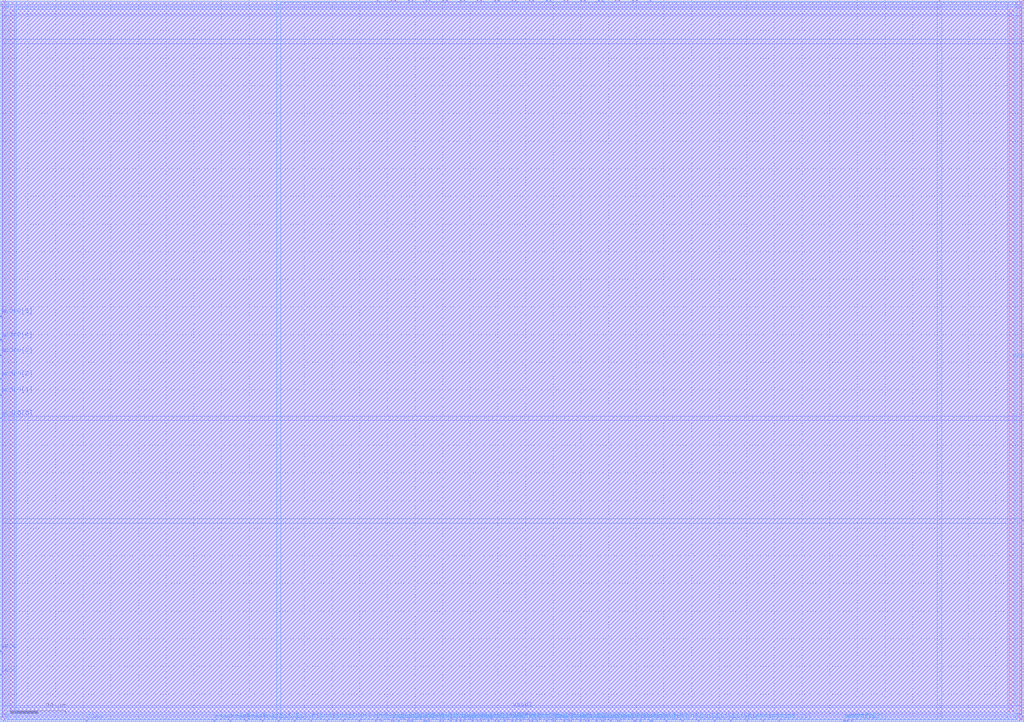
<source format=lef>
VERSION 5.4 ;
NAMESCASESENSITIVE ON ;
BUSBITCHARS "[]" ;
DIVIDERCHAR "/" ;
UNITS
  DATABASE MICRONS 1000 ;
END UNITS
MACRO sky130_sram_256byte_1rw1r_32x64_8
   CLASS BLOCK ;
   SIZE 370.18 BY 261.11 ;
   SYMMETRY X Y R90 ;
   PIN din0[0]
      DIRECTION INPUT ;
      PORT
         LAYER met4 ;
         RECT  100.54 0.0 100.92 0.38 ;
      END
   END din0[0]
   PIN din0[1]
      DIRECTION INPUT ;
      PORT
         LAYER met4 ;
         RECT  106.38 0.0 106.76 0.38 ;
      END
   END din0[1]
   PIN din0[2]
      DIRECTION INPUT ;
      PORT
         LAYER met4 ;
         RECT  112.22 0.0 112.6 0.38 ;
      END
   END din0[2]
   PIN din0[3]
      DIRECTION INPUT ;
      PORT
         LAYER met4 ;
         RECT  118.06 0.0 118.44 0.38 ;
      END
   END din0[3]
   PIN din0[4]
      DIRECTION INPUT ;
      PORT
         LAYER met4 ;
         RECT  123.9 0.0 124.28 0.38 ;
      END
   END din0[4]
   PIN din0[5]
      DIRECTION INPUT ;
      PORT
         LAYER met4 ;
         RECT  129.74 0.0 130.12 0.38 ;
      END
   END din0[5]
   PIN din0[6]
      DIRECTION INPUT ;
      PORT
         LAYER met4 ;
         RECT  135.58 0.0 135.96 0.38 ;
      END
   END din0[6]
   PIN din0[7]
      DIRECTION INPUT ;
      PORT
         LAYER met4 ;
         RECT  141.42 0.0 141.8 0.38 ;
      END
   END din0[7]
   PIN din0[8]
      DIRECTION INPUT ;
      PORT
         LAYER met4 ;
         RECT  147.26 0.0 147.64 0.38 ;
      END
   END din0[8]
   PIN din0[9]
      DIRECTION INPUT ;
      PORT
         LAYER met4 ;
         RECT  153.1 0.0 153.48 0.38 ;
      END
   END din0[9]
   PIN din0[10]
      DIRECTION INPUT ;
      PORT
         LAYER met4 ;
         RECT  158.94 0.0 159.32 0.38 ;
      END
   END din0[10]
   PIN din0[11]
      DIRECTION INPUT ;
      PORT
         LAYER met4 ;
         RECT  164.78 0.0 165.16 0.38 ;
      END
   END din0[11]
   PIN din0[12]
      DIRECTION INPUT ;
      PORT
         LAYER met4 ;
         RECT  170.62 0.0 171.0 0.38 ;
      END
   END din0[12]
   PIN din0[13]
      DIRECTION INPUT ;
      PORT
         LAYER met4 ;
         RECT  176.46 0.0 176.84 0.38 ;
      END
   END din0[13]
   PIN din0[14]
      DIRECTION INPUT ;
      PORT
         LAYER met4 ;
         RECT  182.3 0.0 182.68 0.38 ;
      END
   END din0[14]
   PIN din0[15]
      DIRECTION INPUT ;
      PORT
         LAYER met4 ;
         RECT  188.14 0.0 188.52 0.38 ;
      END
   END din0[15]
   PIN din0[16]
      DIRECTION INPUT ;
      PORT
         LAYER met4 ;
         RECT  193.98 0.0 194.36 0.38 ;
      END
   END din0[16]
   PIN din0[17]
      DIRECTION INPUT ;
      PORT
         LAYER met4 ;
         RECT  199.82 0.0 200.2 0.38 ;
      END
   END din0[17]
   PIN din0[18]
      DIRECTION INPUT ;
      PORT
         LAYER met4 ;
         RECT  205.66 0.0 206.04 0.38 ;
      END
   END din0[18]
   PIN din0[19]
      DIRECTION INPUT ;
      PORT
         LAYER met4 ;
         RECT  211.5 0.0 211.88 0.38 ;
      END
   END din0[19]
   PIN din0[20]
      DIRECTION INPUT ;
      PORT
         LAYER met4 ;
         RECT  217.34 0.0 217.72 0.38 ;
      END
   END din0[20]
   PIN din0[21]
      DIRECTION INPUT ;
      PORT
         LAYER met4 ;
         RECT  223.18 0.0 223.56 0.38 ;
      END
   END din0[21]
   PIN din0[22]
      DIRECTION INPUT ;
      PORT
         LAYER met4 ;
         RECT  229.02 0.0 229.4 0.38 ;
      END
   END din0[22]
   PIN din0[23]
      DIRECTION INPUT ;
      PORT
         LAYER met4 ;
         RECT  234.86 0.0 235.24 0.38 ;
      END
   END din0[23]
   PIN din0[24]
      DIRECTION INPUT ;
      PORT
         LAYER met4 ;
         RECT  240.7 0.0 241.08 0.38 ;
      END
   END din0[24]
   PIN din0[25]
      DIRECTION INPUT ;
      PORT
         LAYER met4 ;
         RECT  246.54 0.0 246.92 0.38 ;
      END
   END din0[25]
   PIN din0[26]
      DIRECTION INPUT ;
      PORT
         LAYER met4 ;
         RECT  252.38 0.0 252.76 0.38 ;
      END
   END din0[26]
   PIN din0[27]
      DIRECTION INPUT ;
      PORT
         LAYER met4 ;
         RECT  258.22 0.0 258.6 0.38 ;
      END
   END din0[27]
   PIN din0[28]
      DIRECTION INPUT ;
      PORT
         LAYER met4 ;
         RECT  264.06 0.0 264.44 0.38 ;
      END
   END din0[28]
   PIN din0[29]
      DIRECTION INPUT ;
      PORT
         LAYER met4 ;
         RECT  269.9 0.0 270.28 0.38 ;
      END
   END din0[29]
   PIN din0[30]
      DIRECTION INPUT ;
      PORT
         LAYER met4 ;
         RECT  275.74 0.0 276.12 0.38 ;
      END
   END din0[30]
   PIN din0[31]
      DIRECTION INPUT ;
      PORT
         LAYER met4 ;
         RECT  281.58 0.0 281.96 0.38 ;
      END
   END din0[31]
   PIN addr0[0]
      DIRECTION INPUT ;
      PORT
         LAYER met3 ;
         RECT  0.0 109.585 0.38 109.965 ;
      END
   END addr0[0]
   PIN addr0[1]
      DIRECTION INPUT ;
      PORT
         LAYER met3 ;
         RECT  0.0 117.985 0.38 118.365 ;
      END
   END addr0[1]
   PIN addr0[2]
      DIRECTION INPUT ;
      PORT
         LAYER met3 ;
         RECT  0.0 123.85 0.38 124.23 ;
      END
   END addr0[2]
   PIN addr0[3]
      DIRECTION INPUT ;
      PORT
         LAYER met3 ;
         RECT  0.0 132.35 0.38 132.73 ;
      END
   END addr0[3]
   PIN addr0[4]
      DIRECTION INPUT ;
      PORT
         LAYER met3 ;
         RECT  0.0 137.99 0.38 138.37 ;
      END
   END addr0[4]
   PIN addr0[5]
      DIRECTION INPUT ;
      PORT
         LAYER met3 ;
         RECT  0.0 146.49 0.38 146.87 ;
      END
   END addr0[5]
   PIN addr1[0]
      DIRECTION INPUT ;
      PORT
         LAYER met3 ;
         RECT  369.8 72.47 370.18 72.85 ;
      END
   END addr1[0]
   PIN addr1[1]
      DIRECTION INPUT ;
      PORT
         LAYER met3 ;
         RECT  369.8 63.97 370.18 64.35 ;
      END
   END addr1[1]
   PIN addr1[2]
      DIRECTION INPUT ;
      PORT
         LAYER met4 ;
         RECT  307.76 0.0 308.14 0.38 ;
      END
   END addr1[2]
   PIN addr1[3]
      DIRECTION INPUT ;
      PORT
         LAYER met4 ;
         RECT  304.785 0.0 305.165 0.38 ;
      END
   END addr1[3]
   PIN addr1[4]
      DIRECTION INPUT ;
      PORT
         LAYER met4 ;
         RECT  305.475 0.0 305.855 0.38 ;
      END
   END addr1[4]
   PIN addr1[5]
      DIRECTION INPUT ;
      PORT
         LAYER met4 ;
         RECT  306.22 0.0 306.6 0.38 ;
      END
   END addr1[5]
   PIN csb0
      DIRECTION INPUT ;
      PORT
         LAYER met3 ;
         RECT  0.0 16.73 0.38 17.11 ;
      END
   END csb0
   PIN csb1
      DIRECTION INPUT ;
      PORT
         LAYER met3 ;
         RECT  369.8 245.86 370.18 246.24 ;
      END
   END csb1
   PIN web0
      DIRECTION INPUT ;
      PORT
         LAYER met3 ;
         RECT  0.0 25.23 0.38 25.61 ;
      END
   END web0
   PIN clk0
      DIRECTION INPUT ;
      PORT
         LAYER met4 ;
         RECT  31.1 0.0 31.48 0.38 ;
      END
   END clk0
   PIN clk1
      DIRECTION INPUT ;
      PORT
         LAYER met4 ;
         RECT  339.54 260.73 339.92 261.11 ;
      END
   END clk1
   PIN wmask0[0]
      DIRECTION INPUT ;
      PORT
         LAYER met4 ;
         RECT  77.18 0.0 77.56 0.38 ;
      END
   END wmask0[0]
   PIN wmask0[1]
      DIRECTION INPUT ;
      PORT
         LAYER met4 ;
         RECT  83.02 0.0 83.4 0.38 ;
      END
   END wmask0[1]
   PIN wmask0[2]
      DIRECTION INPUT ;
      PORT
         LAYER met4 ;
         RECT  88.86 0.0 89.24 0.38 ;
      END
   END wmask0[2]
   PIN wmask0[3]
      DIRECTION INPUT ;
      PORT
         LAYER met4 ;
         RECT  94.7 0.0 95.08 0.38 ;
      END
   END wmask0[3]
   PIN dout0[0]
      DIRECTION OUTPUT ;
      PORT
         LAYER met4 ;
         RECT  137.685 0.0 138.065 0.38 ;
      END
   END dout0[0]
   PIN dout0[1]
      DIRECTION OUTPUT ;
      PORT
         LAYER met4 ;
         RECT  142.11 0.0 142.49 0.38 ;
      END
   END dout0[1]
   PIN dout0[2]
      DIRECTION OUTPUT ;
      PORT
         LAYER met4 ;
         RECT  143.925 0.0 144.305 0.38 ;
      END
   END dout0[2]
   PIN dout0[3]
      DIRECTION OUTPUT ;
      PORT
         LAYER met4 ;
         RECT  147.95 0.0 148.33 0.38 ;
      END
   END dout0[3]
   PIN dout0[4]
      DIRECTION OUTPUT ;
      PORT
         LAYER met4 ;
         RECT  148.785 0.0 149.165 0.38 ;
      END
   END dout0[4]
   PIN dout0[5]
      DIRECTION OUTPUT ;
      PORT
         LAYER met4 ;
         RECT  153.815 0.0 154.195 0.38 ;
      END
   END dout0[5]
   PIN dout0[6]
      DIRECTION OUTPUT ;
      PORT
         LAYER met4 ;
         RECT  155.025 0.0 155.405 0.38 ;
      END
   END dout0[6]
   PIN dout0[7]
      DIRECTION OUTPUT ;
      PORT
         LAYER met4 ;
         RECT  160.0 0.0 160.38 0.38 ;
      END
   END dout0[7]
   PIN dout0[8]
      DIRECTION OUTPUT ;
      PORT
         LAYER met4 ;
         RECT  162.645 0.0 163.025 0.38 ;
      END
   END dout0[8]
   PIN dout0[9]
      DIRECTION OUTPUT ;
      PORT
         LAYER met4 ;
         RECT  166.295 0.0 166.675 0.38 ;
      END
   END dout0[9]
   PIN dout0[10]
      DIRECTION OUTPUT ;
      PORT
         LAYER met4 ;
         RECT  167.505 0.0 167.885 0.38 ;
      END
   END dout0[10]
   PIN dout0[11]
      DIRECTION OUTPUT ;
      PORT
         LAYER met4 ;
         RECT  172.535 0.0 172.915 0.38 ;
      END
   END dout0[11]
   PIN dout0[12]
      DIRECTION OUTPUT ;
      PORT
         LAYER met4 ;
         RECT  173.745 0.0 174.125 0.38 ;
      END
   END dout0[12]
   PIN dout0[13]
      DIRECTION OUTPUT ;
      PORT
         LAYER met4 ;
         RECT  178.775 0.0 179.155 0.38 ;
      END
   END dout0[13]
   PIN dout0[14]
      DIRECTION OUTPUT ;
      PORT
         LAYER met4 ;
         RECT  179.985 0.0 180.365 0.38 ;
      END
   END dout0[14]
   PIN dout0[15]
      DIRECTION OUTPUT ;
      PORT
         LAYER met4 ;
         RECT  184.96 0.0 185.34 0.38 ;
      END
   END dout0[15]
   PIN dout0[16]
      DIRECTION OUTPUT ;
      PORT
         LAYER met4 ;
         RECT  186.285 0.0 186.665 0.38 ;
      END
   END dout0[16]
   PIN dout0[17]
      DIRECTION OUTPUT ;
      PORT
         LAYER met4 ;
         RECT  191.255 0.0 191.635 0.38 ;
      END
   END dout0[17]
   PIN dout0[18]
      DIRECTION OUTPUT ;
      PORT
         LAYER met4 ;
         RECT  192.175 0.0 192.555 0.38 ;
      END
   END dout0[18]
   PIN dout0[19]
      DIRECTION OUTPUT ;
      PORT
         LAYER met4 ;
         RECT  197.495 0.0 197.875 0.38 ;
      END
   END dout0[19]
   PIN dout0[20]
      DIRECTION OUTPUT ;
      PORT
         LAYER met4 ;
         RECT  200.51 0.0 200.89 0.38 ;
      END
   END dout0[20]
   PIN dout0[21]
      DIRECTION OUTPUT ;
      PORT
         LAYER met4 ;
         RECT  203.735 0.0 204.115 0.38 ;
      END
   END dout0[21]
   PIN dout0[22]
      DIRECTION OUTPUT ;
      PORT
         LAYER met4 ;
         RECT  206.35 0.0 206.73 0.38 ;
      END
   END dout0[22]
   PIN dout0[23]
      DIRECTION OUTPUT ;
      PORT
         LAYER met4 ;
         RECT  209.695 0.0 210.075 0.38 ;
      END
   END dout0[23]
   PIN dout0[24]
      DIRECTION OUTPUT ;
      PORT
         LAYER met4 ;
         RECT  212.565 0.0 212.945 0.38 ;
      END
   END dout0[24]
   PIN dout0[25]
      DIRECTION OUTPUT ;
      PORT
         LAYER met4 ;
         RECT  215.535 0.0 215.915 0.38 ;
      END
   END dout0[25]
   PIN dout0[26]
      DIRECTION OUTPUT ;
      PORT
         LAYER met4 ;
         RECT  218.03 0.0 218.41 0.38 ;
      END
   END dout0[26]
   PIN dout0[27]
      DIRECTION OUTPUT ;
      PORT
         LAYER met4 ;
         RECT  220.515 0.0 220.895 0.38 ;
      END
   END dout0[27]
   PIN dout0[28]
      DIRECTION OUTPUT ;
      PORT
         LAYER met4 ;
         RECT  223.87 0.0 224.25 0.38 ;
      END
   END dout0[28]
   PIN dout0[29]
      DIRECTION OUTPUT ;
      PORT
         LAYER met4 ;
         RECT  229.71 0.0 230.09 0.38 ;
      END
   END dout0[29]
   PIN dout0[30]
      DIRECTION OUTPUT ;
      PORT
         LAYER met4 ;
         RECT  231.285 0.0 231.665 0.38 ;
      END
   END dout0[30]
   PIN dout0[31]
      DIRECTION OUTPUT ;
      PORT
         LAYER met4 ;
         RECT  235.68 0.0 236.06 0.38 ;
      END
   END dout0[31]
   PIN dout1[0]
      DIRECTION OUTPUT ;
      PORT
         LAYER met4 ;
         RECT  136.365 260.73 136.745 261.11 ;
      END
   END dout1[0]
   PIN dout1[1]
      DIRECTION OUTPUT ;
      PORT
         LAYER met4 ;
         RECT  141.335 260.73 141.715 261.11 ;
      END
   END dout1[1]
   PIN dout1[2]
      DIRECTION OUTPUT ;
      PORT
         LAYER met4 ;
         RECT  142.605 260.73 142.985 261.11 ;
      END
   END dout1[2]
   PIN dout1[3]
      DIRECTION OUTPUT ;
      PORT
         LAYER met4 ;
         RECT  147.575 260.73 147.955 261.11 ;
      END
   END dout1[3]
   PIN dout1[4]
      DIRECTION OUTPUT ;
      PORT
         LAYER met4 ;
         RECT  148.845 260.73 149.225 261.11 ;
      END
   END dout1[4]
   PIN dout1[5]
      DIRECTION OUTPUT ;
      PORT
         LAYER met4 ;
         RECT  153.815 260.73 154.195 261.11 ;
      END
   END dout1[5]
   PIN dout1[6]
      DIRECTION OUTPUT ;
      PORT
         LAYER met4 ;
         RECT  155.085 260.73 155.465 261.11 ;
      END
   END dout1[6]
   PIN dout1[7]
      DIRECTION OUTPUT ;
      PORT
         LAYER met4 ;
         RECT  160.055 260.73 160.435 261.11 ;
      END
   END dout1[7]
   PIN dout1[8]
      DIRECTION OUTPUT ;
      PORT
         LAYER met4 ;
         RECT  161.325 260.73 161.705 261.11 ;
      END
   END dout1[8]
   PIN dout1[9]
      DIRECTION OUTPUT ;
      PORT
         LAYER met4 ;
         RECT  166.295 260.73 166.675 261.11 ;
      END
   END dout1[9]
   PIN dout1[10]
      DIRECTION OUTPUT ;
      PORT
         LAYER met4 ;
         RECT  167.565 260.73 167.945 261.11 ;
      END
   END dout1[10]
   PIN dout1[11]
      DIRECTION OUTPUT ;
      PORT
         LAYER met4 ;
         RECT  172.535 260.73 172.915 261.11 ;
      END
   END dout1[11]
   PIN dout1[12]
      DIRECTION OUTPUT ;
      PORT
         LAYER met4 ;
         RECT  173.805 260.73 174.185 261.11 ;
      END
   END dout1[12]
   PIN dout1[13]
      DIRECTION OUTPUT ;
      PORT
         LAYER met4 ;
         RECT  178.775 260.73 179.155 261.11 ;
      END
   END dout1[13]
   PIN dout1[14]
      DIRECTION OUTPUT ;
      PORT
         LAYER met4 ;
         RECT  180.045 260.73 180.425 261.11 ;
      END
   END dout1[14]
   PIN dout1[15]
      DIRECTION OUTPUT ;
      PORT
         LAYER met4 ;
         RECT  185.015 260.73 185.395 261.11 ;
      END
   END dout1[15]
   PIN dout1[16]
      DIRECTION OUTPUT ;
      PORT
         LAYER met4 ;
         RECT  186.285 260.73 186.665 261.11 ;
      END
   END dout1[16]
   PIN dout1[17]
      DIRECTION OUTPUT ;
      PORT
         LAYER met4 ;
         RECT  191.255 260.73 191.635 261.11 ;
      END
   END dout1[17]
   PIN dout1[18]
      DIRECTION OUTPUT ;
      PORT
         LAYER met4 ;
         RECT  192.525 260.73 192.905 261.11 ;
      END
   END dout1[18]
   PIN dout1[19]
      DIRECTION OUTPUT ;
      PORT
         LAYER met4 ;
         RECT  197.495 260.73 197.875 261.11 ;
      END
   END dout1[19]
   PIN dout1[20]
      DIRECTION OUTPUT ;
      PORT
         LAYER met4 ;
         RECT  198.765 260.73 199.145 261.11 ;
      END
   END dout1[20]
   PIN dout1[21]
      DIRECTION OUTPUT ;
      PORT
         LAYER met4 ;
         RECT  203.735 260.73 204.115 261.11 ;
      END
   END dout1[21]
   PIN dout1[22]
      DIRECTION OUTPUT ;
      PORT
         LAYER met4 ;
         RECT  205.005 260.73 205.385 261.11 ;
      END
   END dout1[22]
   PIN dout1[23]
      DIRECTION OUTPUT ;
      PORT
         LAYER met4 ;
         RECT  209.975 260.73 210.355 261.11 ;
      END
   END dout1[23]
   PIN dout1[24]
      DIRECTION OUTPUT ;
      PORT
         LAYER met4 ;
         RECT  211.245 260.73 211.625 261.11 ;
      END
   END dout1[24]
   PIN dout1[25]
      DIRECTION OUTPUT ;
      PORT
         LAYER met4 ;
         RECT  216.215 260.73 216.595 261.11 ;
      END
   END dout1[25]
   PIN dout1[26]
      DIRECTION OUTPUT ;
      PORT
         LAYER met4 ;
         RECT  217.485 260.73 217.865 261.11 ;
      END
   END dout1[26]
   PIN dout1[27]
      DIRECTION OUTPUT ;
      PORT
         LAYER met4 ;
         RECT  222.455 260.73 222.835 261.11 ;
      END
   END dout1[27]
   PIN dout1[28]
      DIRECTION OUTPUT ;
      PORT
         LAYER met4 ;
         RECT  223.725 260.73 224.105 261.11 ;
      END
   END dout1[28]
   PIN dout1[29]
      DIRECTION OUTPUT ;
      PORT
         LAYER met4 ;
         RECT  228.695 260.73 229.075 261.11 ;
      END
   END dout1[29]
   PIN dout1[30]
      DIRECTION OUTPUT ;
      PORT
         LAYER met4 ;
         RECT  229.965 260.73 230.345 261.11 ;
      END
   END dout1[30]
   PIN dout1[31]
      DIRECTION OUTPUT ;
      PORT
         LAYER met4 ;
         RECT  234.935 260.73 235.315 261.11 ;
      END
   END dout1[31]
   PIN vccd1
      DIRECTION INOUT ;
      USE POWER ; 
      SHAPE ABUTMENT ; 
      PORT
         LAYER met4 ;
         RECT  0.0 0.0 1.74 261.11 ;
         LAYER met3 ;
         RECT  0.0 259.37 370.18 261.11 ;
         LAYER met4 ;
         RECT  368.44 0.0 370.18 261.11 ;
         LAYER met3 ;
         RECT  0.0 0.0 370.18 1.74 ;
      END
   END vccd1
   PIN vssd1
      DIRECTION INOUT ;
      USE GROUND ; 
      SHAPE ABUTMENT ; 
      PORT
         LAYER met3 ;
         RECT  3.48 255.89 366.7 257.63 ;
         LAYER met4 ;
         RECT  3.48 3.48 5.22 257.63 ;
         LAYER met4 ;
         RECT  364.96 3.48 366.7 257.63 ;
         LAYER met3 ;
         RECT  3.48 3.48 366.7 5.22 ;
      END
   END vssd1
   OBS
   LAYER  met1 ;
      RECT  0.62 0.62 369.56 260.49 ;
   LAYER  met2 ;
      RECT  0.62 0.62 369.56 260.49 ;
   LAYER  met3 ;
      RECT  0.98 108.985 369.56 110.565 ;
      RECT  0.62 110.565 0.98 117.385 ;
      RECT  0.62 118.965 0.98 123.25 ;
      RECT  0.62 124.83 0.98 131.75 ;
      RECT  0.62 133.33 0.98 137.39 ;
      RECT  0.62 138.97 0.98 145.89 ;
      RECT  0.98 71.87 369.2 73.45 ;
      RECT  0.98 73.45 369.2 108.985 ;
      RECT  369.2 73.45 369.56 108.985 ;
      RECT  369.2 64.95 369.56 71.87 ;
      RECT  0.98 110.565 369.2 245.26 ;
      RECT  0.98 245.26 369.2 246.84 ;
      RECT  369.2 110.565 369.56 245.26 ;
      RECT  0.62 17.71 0.98 24.63 ;
      RECT  0.62 26.21 0.98 108.985 ;
      RECT  0.62 147.47 0.98 258.77 ;
      RECT  369.2 246.84 369.56 258.77 ;
      RECT  369.2 2.34 369.56 63.37 ;
      RECT  0.62 2.34 0.98 16.13 ;
      RECT  0.98 246.84 2.88 255.29 ;
      RECT  0.98 255.29 2.88 258.23 ;
      RECT  0.98 258.23 2.88 258.77 ;
      RECT  2.88 246.84 367.3 255.29 ;
      RECT  2.88 258.23 367.3 258.77 ;
      RECT  367.3 246.84 369.2 255.29 ;
      RECT  367.3 255.29 369.2 258.23 ;
      RECT  367.3 258.23 369.2 258.77 ;
      RECT  0.98 2.34 2.88 2.88 ;
      RECT  0.98 2.88 2.88 5.82 ;
      RECT  0.98 5.82 2.88 71.87 ;
      RECT  2.88 2.34 367.3 2.88 ;
      RECT  2.88 5.82 367.3 71.87 ;
      RECT  367.3 2.34 369.2 2.88 ;
      RECT  367.3 2.88 369.2 5.82 ;
      RECT  367.3 5.82 369.2 71.87 ;
   LAYER  met4 ;
      RECT  99.94 0.98 101.52 260.49 ;
      RECT  101.52 0.62 105.78 0.98 ;
      RECT  107.36 0.62 111.62 0.98 ;
      RECT  113.2 0.62 117.46 0.98 ;
      RECT  119.04 0.62 123.3 0.98 ;
      RECT  124.88 0.62 129.14 0.98 ;
      RECT  130.72 0.62 134.98 0.98 ;
      RECT  241.68 0.62 245.94 0.98 ;
      RECT  247.52 0.62 251.78 0.98 ;
      RECT  253.36 0.62 257.62 0.98 ;
      RECT  259.2 0.62 263.46 0.98 ;
      RECT  265.04 0.62 269.3 0.98 ;
      RECT  270.88 0.62 275.14 0.98 ;
      RECT  276.72 0.62 280.98 0.98 ;
      RECT  282.56 0.62 304.185 0.98 ;
      RECT  101.52 0.98 338.94 260.13 ;
      RECT  338.94 0.98 340.52 260.13 ;
      RECT  32.08 0.62 76.58 0.98 ;
      RECT  78.16 0.62 82.42 0.98 ;
      RECT  84.0 0.62 88.26 0.98 ;
      RECT  89.84 0.62 94.1 0.98 ;
      RECT  95.68 0.62 99.94 0.98 ;
      RECT  136.56 0.62 137.085 0.98 ;
      RECT  138.665 0.62 140.82 0.98 ;
      RECT  143.09 0.62 143.325 0.98 ;
      RECT  144.905 0.62 146.66 0.98 ;
      RECT  149.765 0.62 152.5 0.98 ;
      RECT  156.005 0.62 158.34 0.98 ;
      RECT  160.98 0.62 162.045 0.98 ;
      RECT  163.625 0.62 164.18 0.98 ;
      RECT  168.485 0.62 170.02 0.98 ;
      RECT  171.6 0.62 171.935 0.98 ;
      RECT  174.725 0.62 175.86 0.98 ;
      RECT  177.44 0.62 178.175 0.98 ;
      RECT  180.965 0.62 181.7 0.98 ;
      RECT  183.28 0.62 184.36 0.98 ;
      RECT  187.265 0.62 187.54 0.98 ;
      RECT  189.12 0.62 190.655 0.98 ;
      RECT  193.155 0.62 193.38 0.98 ;
      RECT  194.96 0.62 196.895 0.98 ;
      RECT  198.475 0.62 199.22 0.98 ;
      RECT  201.49 0.62 203.135 0.98 ;
      RECT  204.715 0.62 205.06 0.98 ;
      RECT  207.33 0.62 209.095 0.98 ;
      RECT  210.675 0.62 210.9 0.98 ;
      RECT  213.545 0.62 214.935 0.98 ;
      RECT  216.515 0.62 216.74 0.98 ;
      RECT  219.01 0.62 219.915 0.98 ;
      RECT  221.495 0.62 222.58 0.98 ;
      RECT  224.85 0.62 228.42 0.98 ;
      RECT  232.265 0.62 234.26 0.98 ;
      RECT  236.66 0.62 240.1 0.98 ;
      RECT  101.52 260.13 135.765 260.49 ;
      RECT  137.345 260.13 140.735 260.49 ;
      RECT  143.585 260.13 146.975 260.49 ;
      RECT  149.825 260.13 153.215 260.49 ;
      RECT  156.065 260.13 159.455 260.49 ;
      RECT  162.305 260.13 165.695 260.49 ;
      RECT  168.545 260.13 171.935 260.49 ;
      RECT  174.785 260.13 178.175 260.49 ;
      RECT  181.025 260.13 184.415 260.49 ;
      RECT  187.265 260.13 190.655 260.49 ;
      RECT  193.505 260.13 196.895 260.49 ;
      RECT  199.745 260.13 203.135 260.49 ;
      RECT  205.985 260.13 209.375 260.49 ;
      RECT  212.225 260.13 215.615 260.49 ;
      RECT  218.465 260.13 221.855 260.49 ;
      RECT  224.705 260.13 228.095 260.49 ;
      RECT  230.945 260.13 234.335 260.49 ;
      RECT  235.915 260.13 338.94 260.49 ;
      RECT  2.34 0.62 30.5 0.98 ;
      RECT  308.74 0.62 367.84 0.98 ;
      RECT  340.52 260.13 367.84 260.49 ;
      RECT  2.34 0.98 2.88 2.88 ;
      RECT  2.34 2.88 2.88 258.23 ;
      RECT  2.34 258.23 2.88 260.49 ;
      RECT  2.88 0.98 5.82 2.88 ;
      RECT  2.88 258.23 5.82 260.49 ;
      RECT  5.82 0.98 99.94 2.88 ;
      RECT  5.82 2.88 99.94 258.23 ;
      RECT  5.82 258.23 99.94 260.49 ;
      RECT  340.52 0.98 364.36 2.88 ;
      RECT  340.52 2.88 364.36 258.23 ;
      RECT  340.52 258.23 364.36 260.13 ;
      RECT  364.36 0.98 367.3 2.88 ;
      RECT  364.36 258.23 367.3 260.13 ;
      RECT  367.3 0.98 367.84 2.88 ;
      RECT  367.3 2.88 367.84 258.23 ;
      RECT  367.3 258.23 367.84 260.13 ;
   END
END    sky130_sram_256byte_1rw1r_32x64_8
END    LIBRARY

</source>
